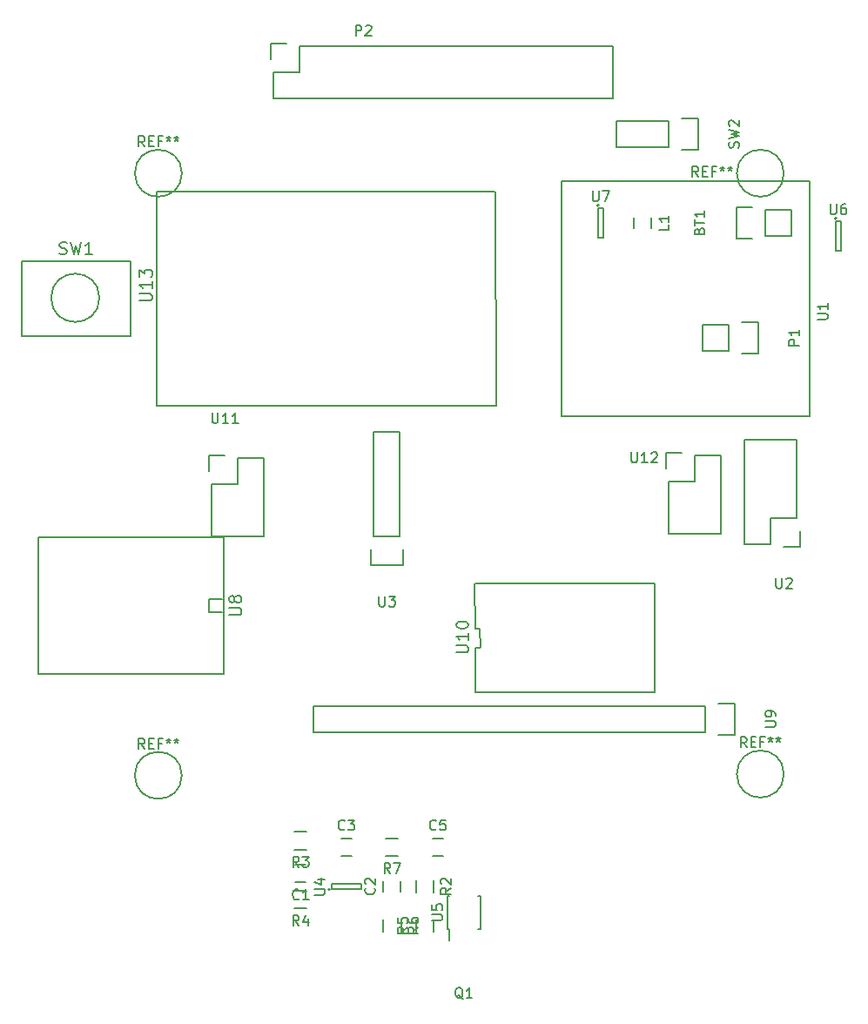
<source format=gto>
G04 #@! TF.FileFunction,Legend,Top*
%FSLAX46Y46*%
G04 Gerber Fmt 4.6, Leading zero omitted, Abs format (unit mm)*
G04 Created by KiCad (PCBNEW 4.0.1-stable) date Tuesday, March 22, 2016 'PMt' 12:33:31 PM*
%MOMM*%
G01*
G04 APERTURE LIST*
%ADD10C,0.100000*%
%ADD11C,0.150000*%
G04 APERTURE END LIST*
D10*
D11*
X140843000Y-66548000D02*
G75*
G03X140843000Y-66548000I-2286000J0D01*
G01*
X199390000Y-124968000D02*
G75*
G03X199390000Y-124968000I-2286000J0D01*
G01*
X140843000Y-125095000D02*
G75*
G03X140843000Y-125095000I-2286000J0D01*
G01*
X201930000Y-90170000D02*
X177800000Y-90170000D01*
X201930000Y-67310000D02*
X177800000Y-67310000D01*
X177800000Y-67310000D02*
X177800000Y-90170000D01*
X201930000Y-67310000D02*
X201930000Y-90170000D01*
X197612000Y-70104000D02*
X200152000Y-70104000D01*
X194792000Y-69824000D02*
X196342000Y-69824000D01*
X197612000Y-70104000D02*
X197612000Y-72644000D01*
X196342000Y-72924000D02*
X194792000Y-72924000D01*
X194792000Y-72924000D02*
X194792000Y-69824000D01*
X197612000Y-72644000D02*
X200152000Y-72644000D01*
X200152000Y-72644000D02*
X200152000Y-70104000D01*
X151900000Y-135470000D02*
X152900000Y-135470000D01*
X152900000Y-133770000D02*
X151900000Y-133770000D01*
X160440000Y-135390000D02*
X160440000Y-136390000D01*
X162140000Y-136390000D02*
X162140000Y-135390000D01*
X157345000Y-131230000D02*
X156345000Y-131230000D01*
X156345000Y-132930000D02*
X157345000Y-132930000D01*
X166235000Y-131230000D02*
X165235000Y-131230000D01*
X165235000Y-132930000D02*
X166235000Y-132930000D01*
X186524000Y-71874000D02*
X186524000Y-70874000D01*
X184824000Y-70874000D02*
X184824000Y-71874000D01*
X163590000Y-136490000D02*
X163590000Y-135290000D01*
X165340000Y-135290000D02*
X165340000Y-136490000D01*
X151800000Y-130570000D02*
X153000000Y-130570000D01*
X153000000Y-132320000D02*
X151800000Y-132320000D01*
X151800000Y-136285000D02*
X153000000Y-136285000D01*
X153000000Y-138035000D02*
X151800000Y-138035000D01*
X165340000Y-139100000D02*
X165340000Y-140300000D01*
X163590000Y-140300000D02*
X163590000Y-139100000D01*
X160415000Y-140300000D02*
X160415000Y-139100000D01*
X162165000Y-139100000D02*
X162165000Y-140300000D01*
X160690000Y-131205000D02*
X161890000Y-131205000D01*
X161890000Y-132955000D02*
X160690000Y-132955000D01*
X200660000Y-100076000D02*
X200660000Y-92456000D01*
X200660000Y-92456000D02*
X195580000Y-92456000D01*
X195580000Y-92456000D02*
X195580000Y-102616000D01*
X195580000Y-102616000D02*
X198120000Y-102616000D01*
X199390000Y-102896000D02*
X200940000Y-102896000D01*
X198120000Y-102616000D02*
X198120000Y-100076000D01*
X198120000Y-100076000D02*
X200660000Y-100076000D01*
X200940000Y-102896000D02*
X200940000Y-101346000D01*
X162332000Y-103124000D02*
X162332000Y-104674000D01*
X162332000Y-104674000D02*
X159232000Y-104674000D01*
X159232000Y-104674000D02*
X159232000Y-103124000D01*
X159512000Y-101854000D02*
X159512000Y-91694000D01*
X159512000Y-91694000D02*
X162052000Y-91694000D01*
X162052000Y-91694000D02*
X162052000Y-101854000D01*
X159512000Y-101854000D02*
X162052000Y-101854000D01*
X155245000Y-136190000D02*
G75*
G03X155245000Y-136190000I-100000J0D01*
G01*
X155395000Y-135640000D02*
X155395000Y-136140000D01*
X158295000Y-135640000D02*
X155395000Y-135640000D01*
X158295000Y-136140000D02*
X158295000Y-135640000D01*
X155395000Y-136140000D02*
X158295000Y-136140000D01*
X166650000Y-140055000D02*
X166875000Y-140055000D01*
X166650000Y-136805000D02*
X166875000Y-136805000D01*
X169900000Y-136805000D02*
X169675000Y-136805000D01*
X169900000Y-140055000D02*
X169675000Y-140055000D01*
X166650000Y-140055000D02*
X166650000Y-136805000D01*
X169900000Y-140055000D02*
X169900000Y-136805000D01*
X166875000Y-140055000D02*
X166875000Y-141130000D01*
X204524000Y-70944000D02*
G75*
G03X204524000Y-70944000I-100000J0D01*
G01*
X204974000Y-71194000D02*
X204474000Y-71194000D01*
X204974000Y-74094000D02*
X204974000Y-71194000D01*
X204474000Y-74094000D02*
X204974000Y-74094000D01*
X204474000Y-71194000D02*
X204474000Y-74094000D01*
X181410000Y-69674000D02*
G75*
G03X181410000Y-69674000I-100000J0D01*
G01*
X181860000Y-69924000D02*
X181360000Y-69924000D01*
X181860000Y-72824000D02*
X181860000Y-69924000D01*
X181360000Y-72824000D02*
X181860000Y-72824000D01*
X181360000Y-69924000D02*
X181360000Y-72824000D01*
X191770000Y-118364000D02*
X153670000Y-118364000D01*
X153670000Y-118364000D02*
X153670000Y-120904000D01*
X153670000Y-120904000D02*
X191770000Y-120904000D01*
X194590000Y-121184000D02*
X193040000Y-121184000D01*
X191770000Y-120904000D02*
X191770000Y-118364000D01*
X193040000Y-118084000D02*
X194590000Y-118084000D01*
X194590000Y-118084000D02*
X194590000Y-121184000D01*
X143764000Y-96774000D02*
X143764000Y-101854000D01*
X143484000Y-93954000D02*
X145034000Y-93954000D01*
X146304000Y-94234000D02*
X146304000Y-96774000D01*
X146304000Y-96774000D02*
X143764000Y-96774000D01*
X143764000Y-101854000D02*
X148844000Y-101854000D01*
X148844000Y-101854000D02*
X148844000Y-96774000D01*
X143484000Y-93954000D02*
X143484000Y-95504000D01*
X148844000Y-94234000D02*
X146304000Y-94234000D01*
X148844000Y-96774000D02*
X148844000Y-94234000D01*
X188214000Y-96520000D02*
X188214000Y-101600000D01*
X187934000Y-93700000D02*
X189484000Y-93700000D01*
X190754000Y-93980000D02*
X190754000Y-96520000D01*
X190754000Y-96520000D02*
X188214000Y-96520000D01*
X188214000Y-101600000D02*
X193294000Y-101600000D01*
X193294000Y-101600000D02*
X193294000Y-96520000D01*
X187934000Y-93700000D02*
X187934000Y-95250000D01*
X193294000Y-93980000D02*
X190754000Y-93980000D01*
X193294000Y-96520000D02*
X193294000Y-93980000D01*
X188214000Y-61468000D02*
X183134000Y-61468000D01*
X183134000Y-61468000D02*
X183134000Y-64008000D01*
X183134000Y-64008000D02*
X188214000Y-64008000D01*
X191034000Y-64288000D02*
X189484000Y-64288000D01*
X188214000Y-64008000D02*
X188214000Y-61468000D01*
X189484000Y-61188000D02*
X191034000Y-61188000D01*
X191034000Y-61188000D02*
X191034000Y-64288000D01*
X171323000Y-68326000D02*
X171450000Y-89154000D01*
X138430000Y-89154000D02*
X139192000Y-89154000D01*
X138430000Y-88773000D02*
X138430000Y-89154000D01*
X138430000Y-68326000D02*
X138684000Y-68326000D01*
X138430000Y-68580000D02*
X138430000Y-68326000D01*
X138430000Y-68326000D02*
X138430000Y-68580000D01*
X138430000Y-68580000D02*
X138430000Y-88900000D01*
X138727000Y-89155399D02*
X171407000Y-89155400D01*
X171280000Y-68324601D02*
X138600000Y-68324600D01*
X194056000Y-83820000D02*
X191516000Y-83820000D01*
X196876000Y-84100000D02*
X195326000Y-84100000D01*
X194056000Y-83820000D02*
X194056000Y-81280000D01*
X195326000Y-81000000D02*
X196876000Y-81000000D01*
X196876000Y-81000000D02*
X196876000Y-84100000D01*
X194056000Y-81280000D02*
X191516000Y-81280000D01*
X191516000Y-81280000D02*
X191516000Y-83820000D01*
X186842400Y-106426000D02*
X186842400Y-117043200D01*
X169341800Y-106426000D02*
X169367200Y-110794800D01*
X169875200Y-112649000D02*
X169849800Y-110820200D01*
X169384800Y-117044599D02*
X186824800Y-117044600D01*
X186824800Y-106424601D02*
X169384800Y-106424600D01*
X169384800Y-110811267D02*
X169834800Y-110811267D01*
X169834800Y-112657933D02*
X169384800Y-112657933D01*
X169384800Y-112657933D02*
X169384800Y-117044599D01*
X144780000Y-109220000D02*
X143510000Y-109220000D01*
X143510000Y-109220000D02*
X143510000Y-107950000D01*
X143510000Y-107950000D02*
X144780000Y-107950000D01*
X144900000Y-115235000D02*
X144900000Y-101935000D01*
X144900000Y-101935000D02*
X126880000Y-101935000D01*
X126880000Y-101935000D02*
X126880000Y-115235000D01*
X126880000Y-115235000D02*
X144900000Y-115235000D01*
X149733000Y-59309000D02*
X182753000Y-59309000D01*
X152273000Y-54229000D02*
X182753000Y-54229000D01*
X182753000Y-59309000D02*
X182753000Y-54229000D01*
X149733000Y-59309000D02*
X149733000Y-56769000D01*
X151003000Y-53949000D02*
X149453000Y-53949000D01*
X149733000Y-56769000D02*
X152273000Y-56769000D01*
X152273000Y-56769000D02*
X152273000Y-54229000D01*
X149453000Y-53949000D02*
X149453000Y-55499000D01*
X132827205Y-78663800D02*
G75*
G03X132827205Y-78663800I-2347405J0D01*
G01*
X125246000Y-75100000D02*
X125246000Y-82379999D01*
X125246000Y-82379999D02*
X135866000Y-82380000D01*
X135866000Y-82380000D02*
X135866000Y-75100001D01*
X135866000Y-75100001D02*
X132326000Y-75100000D01*
X132300600Y-75092800D02*
X128760601Y-75092800D01*
X128786001Y-75100000D02*
X125246000Y-75100000D01*
X199390000Y-66548000D02*
G75*
G03X199390000Y-66548000I-2286000J0D01*
G01*
X137223667Y-63952381D02*
X136890333Y-63476190D01*
X136652238Y-63952381D02*
X136652238Y-62952381D01*
X137033191Y-62952381D01*
X137128429Y-63000000D01*
X137176048Y-63047619D01*
X137223667Y-63142857D01*
X137223667Y-63285714D01*
X137176048Y-63380952D01*
X137128429Y-63428571D01*
X137033191Y-63476190D01*
X136652238Y-63476190D01*
X137652238Y-63428571D02*
X137985572Y-63428571D01*
X138128429Y-63952381D02*
X137652238Y-63952381D01*
X137652238Y-62952381D01*
X138128429Y-62952381D01*
X138890334Y-63428571D02*
X138557000Y-63428571D01*
X138557000Y-63952381D02*
X138557000Y-62952381D01*
X139033191Y-62952381D01*
X139557000Y-62952381D02*
X139557000Y-63190476D01*
X139318905Y-63095238D02*
X139557000Y-63190476D01*
X139795096Y-63095238D01*
X139414143Y-63380952D02*
X139557000Y-63190476D01*
X139699858Y-63380952D01*
X140318905Y-62952381D02*
X140318905Y-63190476D01*
X140080810Y-63095238D02*
X140318905Y-63190476D01*
X140557001Y-63095238D01*
X140176048Y-63380952D02*
X140318905Y-63190476D01*
X140461763Y-63380952D01*
X195770667Y-122372381D02*
X195437333Y-121896190D01*
X195199238Y-122372381D02*
X195199238Y-121372381D01*
X195580191Y-121372381D01*
X195675429Y-121420000D01*
X195723048Y-121467619D01*
X195770667Y-121562857D01*
X195770667Y-121705714D01*
X195723048Y-121800952D01*
X195675429Y-121848571D01*
X195580191Y-121896190D01*
X195199238Y-121896190D01*
X196199238Y-121848571D02*
X196532572Y-121848571D01*
X196675429Y-122372381D02*
X196199238Y-122372381D01*
X196199238Y-121372381D01*
X196675429Y-121372381D01*
X197437334Y-121848571D02*
X197104000Y-121848571D01*
X197104000Y-122372381D02*
X197104000Y-121372381D01*
X197580191Y-121372381D01*
X198104000Y-121372381D02*
X198104000Y-121610476D01*
X197865905Y-121515238D02*
X198104000Y-121610476D01*
X198342096Y-121515238D01*
X197961143Y-121800952D02*
X198104000Y-121610476D01*
X198246858Y-121800952D01*
X198865905Y-121372381D02*
X198865905Y-121610476D01*
X198627810Y-121515238D02*
X198865905Y-121610476D01*
X199104001Y-121515238D01*
X198723048Y-121800952D02*
X198865905Y-121610476D01*
X199008763Y-121800952D01*
X137223667Y-122499381D02*
X136890333Y-122023190D01*
X136652238Y-122499381D02*
X136652238Y-121499381D01*
X137033191Y-121499381D01*
X137128429Y-121547000D01*
X137176048Y-121594619D01*
X137223667Y-121689857D01*
X137223667Y-121832714D01*
X137176048Y-121927952D01*
X137128429Y-121975571D01*
X137033191Y-122023190D01*
X136652238Y-122023190D01*
X137652238Y-121975571D02*
X137985572Y-121975571D01*
X138128429Y-122499381D02*
X137652238Y-122499381D01*
X137652238Y-121499381D01*
X138128429Y-121499381D01*
X138890334Y-121975571D02*
X138557000Y-121975571D01*
X138557000Y-122499381D02*
X138557000Y-121499381D01*
X139033191Y-121499381D01*
X139557000Y-121499381D02*
X139557000Y-121737476D01*
X139318905Y-121642238D02*
X139557000Y-121737476D01*
X139795096Y-121642238D01*
X139414143Y-121927952D02*
X139557000Y-121737476D01*
X139699858Y-121927952D01*
X140318905Y-121499381D02*
X140318905Y-121737476D01*
X140080810Y-121642238D02*
X140318905Y-121737476D01*
X140557001Y-121642238D01*
X140176048Y-121927952D02*
X140318905Y-121737476D01*
X140461763Y-121927952D01*
X202652381Y-80771905D02*
X203461905Y-80771905D01*
X203557143Y-80724286D01*
X203604762Y-80676667D01*
X203652381Y-80581429D01*
X203652381Y-80390952D01*
X203604762Y-80295714D01*
X203557143Y-80248095D01*
X203461905Y-80200476D01*
X202652381Y-80200476D01*
X203652381Y-79200476D02*
X203652381Y-79771905D01*
X203652381Y-79486191D02*
X202652381Y-79486191D01*
X202795238Y-79581429D01*
X202890476Y-79676667D01*
X202938095Y-79771905D01*
X191170571Y-72159714D02*
X191218190Y-72016857D01*
X191265810Y-71969238D01*
X191361048Y-71921619D01*
X191503905Y-71921619D01*
X191599143Y-71969238D01*
X191646762Y-72016857D01*
X191694381Y-72112095D01*
X191694381Y-72493048D01*
X190694381Y-72493048D01*
X190694381Y-72159714D01*
X190742000Y-72064476D01*
X190789619Y-72016857D01*
X190884857Y-71969238D01*
X190980095Y-71969238D01*
X191075333Y-72016857D01*
X191122952Y-72064476D01*
X191170571Y-72159714D01*
X191170571Y-72493048D01*
X190694381Y-71635905D02*
X190694381Y-71064476D01*
X191694381Y-71350191D02*
X190694381Y-71350191D01*
X191694381Y-70207333D02*
X191694381Y-70778762D01*
X191694381Y-70493048D02*
X190694381Y-70493048D01*
X190837238Y-70588286D01*
X190932476Y-70683524D01*
X190980095Y-70778762D01*
X152233334Y-137077143D02*
X152185715Y-137124762D01*
X152042858Y-137172381D01*
X151947620Y-137172381D01*
X151804762Y-137124762D01*
X151709524Y-137029524D01*
X151661905Y-136934286D01*
X151614286Y-136743810D01*
X151614286Y-136600952D01*
X151661905Y-136410476D01*
X151709524Y-136315238D01*
X151804762Y-136220000D01*
X151947620Y-136172381D01*
X152042858Y-136172381D01*
X152185715Y-136220000D01*
X152233334Y-136267619D01*
X153185715Y-137172381D02*
X152614286Y-137172381D01*
X152900000Y-137172381D02*
X152900000Y-136172381D01*
X152804762Y-136315238D01*
X152709524Y-136410476D01*
X152614286Y-136458095D01*
X159547143Y-136056666D02*
X159594762Y-136104285D01*
X159642381Y-136247142D01*
X159642381Y-136342380D01*
X159594762Y-136485238D01*
X159499524Y-136580476D01*
X159404286Y-136628095D01*
X159213810Y-136675714D01*
X159070952Y-136675714D01*
X158880476Y-136628095D01*
X158785238Y-136580476D01*
X158690000Y-136485238D01*
X158642381Y-136342380D01*
X158642381Y-136247142D01*
X158690000Y-136104285D01*
X158737619Y-136056666D01*
X158737619Y-135675714D02*
X158690000Y-135628095D01*
X158642381Y-135532857D01*
X158642381Y-135294761D01*
X158690000Y-135199523D01*
X158737619Y-135151904D01*
X158832857Y-135104285D01*
X158928095Y-135104285D01*
X159070952Y-135151904D01*
X159642381Y-135723333D01*
X159642381Y-135104285D01*
X156678334Y-130337143D02*
X156630715Y-130384762D01*
X156487858Y-130432381D01*
X156392620Y-130432381D01*
X156249762Y-130384762D01*
X156154524Y-130289524D01*
X156106905Y-130194286D01*
X156059286Y-130003810D01*
X156059286Y-129860952D01*
X156106905Y-129670476D01*
X156154524Y-129575238D01*
X156249762Y-129480000D01*
X156392620Y-129432381D01*
X156487858Y-129432381D01*
X156630715Y-129480000D01*
X156678334Y-129527619D01*
X157011667Y-129432381D02*
X157630715Y-129432381D01*
X157297381Y-129813333D01*
X157440239Y-129813333D01*
X157535477Y-129860952D01*
X157583096Y-129908571D01*
X157630715Y-130003810D01*
X157630715Y-130241905D01*
X157583096Y-130337143D01*
X157535477Y-130384762D01*
X157440239Y-130432381D01*
X157154524Y-130432381D01*
X157059286Y-130384762D01*
X157011667Y-130337143D01*
X165568334Y-130337143D02*
X165520715Y-130384762D01*
X165377858Y-130432381D01*
X165282620Y-130432381D01*
X165139762Y-130384762D01*
X165044524Y-130289524D01*
X164996905Y-130194286D01*
X164949286Y-130003810D01*
X164949286Y-129860952D01*
X164996905Y-129670476D01*
X165044524Y-129575238D01*
X165139762Y-129480000D01*
X165282620Y-129432381D01*
X165377858Y-129432381D01*
X165520715Y-129480000D01*
X165568334Y-129527619D01*
X166473096Y-129432381D02*
X165996905Y-129432381D01*
X165949286Y-129908571D01*
X165996905Y-129860952D01*
X166092143Y-129813333D01*
X166330239Y-129813333D01*
X166425477Y-129860952D01*
X166473096Y-129908571D01*
X166520715Y-130003810D01*
X166520715Y-130241905D01*
X166473096Y-130337143D01*
X166425477Y-130384762D01*
X166330239Y-130432381D01*
X166092143Y-130432381D01*
X165996905Y-130384762D01*
X165949286Y-130337143D01*
X188226381Y-71540666D02*
X188226381Y-72016857D01*
X187226381Y-72016857D01*
X188226381Y-70683523D02*
X188226381Y-71254952D01*
X188226381Y-70969238D02*
X187226381Y-70969238D01*
X187369238Y-71064476D01*
X187464476Y-71159714D01*
X187512095Y-71254952D01*
X167017381Y-136056666D02*
X166541190Y-136390000D01*
X167017381Y-136628095D02*
X166017381Y-136628095D01*
X166017381Y-136247142D01*
X166065000Y-136151904D01*
X166112619Y-136104285D01*
X166207857Y-136056666D01*
X166350714Y-136056666D01*
X166445952Y-136104285D01*
X166493571Y-136151904D01*
X166541190Y-136247142D01*
X166541190Y-136628095D01*
X166112619Y-135675714D02*
X166065000Y-135628095D01*
X166017381Y-135532857D01*
X166017381Y-135294761D01*
X166065000Y-135199523D01*
X166112619Y-135151904D01*
X166207857Y-135104285D01*
X166303095Y-135104285D01*
X166445952Y-135151904D01*
X167017381Y-135723333D01*
X167017381Y-135104285D01*
X152233334Y-133997381D02*
X151900000Y-133521190D01*
X151661905Y-133997381D02*
X151661905Y-132997381D01*
X152042858Y-132997381D01*
X152138096Y-133045000D01*
X152185715Y-133092619D01*
X152233334Y-133187857D01*
X152233334Y-133330714D01*
X152185715Y-133425952D01*
X152138096Y-133473571D01*
X152042858Y-133521190D01*
X151661905Y-133521190D01*
X152566667Y-132997381D02*
X153185715Y-132997381D01*
X152852381Y-133378333D01*
X152995239Y-133378333D01*
X153090477Y-133425952D01*
X153138096Y-133473571D01*
X153185715Y-133568810D01*
X153185715Y-133806905D01*
X153138096Y-133902143D01*
X153090477Y-133949762D01*
X152995239Y-133997381D01*
X152709524Y-133997381D01*
X152614286Y-133949762D01*
X152566667Y-133902143D01*
X152233334Y-139712381D02*
X151900000Y-139236190D01*
X151661905Y-139712381D02*
X151661905Y-138712381D01*
X152042858Y-138712381D01*
X152138096Y-138760000D01*
X152185715Y-138807619D01*
X152233334Y-138902857D01*
X152233334Y-139045714D01*
X152185715Y-139140952D01*
X152138096Y-139188571D01*
X152042858Y-139236190D01*
X151661905Y-139236190D01*
X153090477Y-139045714D02*
X153090477Y-139712381D01*
X152852381Y-138664762D02*
X152614286Y-139379048D01*
X153233334Y-139379048D01*
X162817381Y-139866666D02*
X162341190Y-140200000D01*
X162817381Y-140438095D02*
X161817381Y-140438095D01*
X161817381Y-140057142D01*
X161865000Y-139961904D01*
X161912619Y-139914285D01*
X162007857Y-139866666D01*
X162150714Y-139866666D01*
X162245952Y-139914285D01*
X162293571Y-139961904D01*
X162341190Y-140057142D01*
X162341190Y-140438095D01*
X161817381Y-138961904D02*
X161817381Y-139438095D01*
X162293571Y-139485714D01*
X162245952Y-139438095D01*
X162198333Y-139342857D01*
X162198333Y-139104761D01*
X162245952Y-139009523D01*
X162293571Y-138961904D01*
X162388810Y-138914285D01*
X162626905Y-138914285D01*
X162722143Y-138961904D01*
X162769762Y-139009523D01*
X162817381Y-139104761D01*
X162817381Y-139342857D01*
X162769762Y-139438095D01*
X162722143Y-139485714D01*
X163842381Y-139866666D02*
X163366190Y-140200000D01*
X163842381Y-140438095D02*
X162842381Y-140438095D01*
X162842381Y-140057142D01*
X162890000Y-139961904D01*
X162937619Y-139914285D01*
X163032857Y-139866666D01*
X163175714Y-139866666D01*
X163270952Y-139914285D01*
X163318571Y-139961904D01*
X163366190Y-140057142D01*
X163366190Y-140438095D01*
X162842381Y-139009523D02*
X162842381Y-139200000D01*
X162890000Y-139295238D01*
X162937619Y-139342857D01*
X163080476Y-139438095D01*
X163270952Y-139485714D01*
X163651905Y-139485714D01*
X163747143Y-139438095D01*
X163794762Y-139390476D01*
X163842381Y-139295238D01*
X163842381Y-139104761D01*
X163794762Y-139009523D01*
X163747143Y-138961904D01*
X163651905Y-138914285D01*
X163413810Y-138914285D01*
X163318571Y-138961904D01*
X163270952Y-139009523D01*
X163223333Y-139104761D01*
X163223333Y-139295238D01*
X163270952Y-139390476D01*
X163318571Y-139438095D01*
X163413810Y-139485714D01*
X161123334Y-134632381D02*
X160790000Y-134156190D01*
X160551905Y-134632381D02*
X160551905Y-133632381D01*
X160932858Y-133632381D01*
X161028096Y-133680000D01*
X161075715Y-133727619D01*
X161123334Y-133822857D01*
X161123334Y-133965714D01*
X161075715Y-134060952D01*
X161028096Y-134108571D01*
X160932858Y-134156190D01*
X160551905Y-134156190D01*
X161456667Y-133632381D02*
X162123334Y-133632381D01*
X161694762Y-134632381D01*
X198628095Y-105898381D02*
X198628095Y-106707905D01*
X198675714Y-106803143D01*
X198723333Y-106850762D01*
X198818571Y-106898381D01*
X199009048Y-106898381D01*
X199104286Y-106850762D01*
X199151905Y-106803143D01*
X199199524Y-106707905D01*
X199199524Y-105898381D01*
X199628095Y-105993619D02*
X199675714Y-105946000D01*
X199770952Y-105898381D01*
X200009048Y-105898381D01*
X200104286Y-105946000D01*
X200151905Y-105993619D01*
X200199524Y-106088857D01*
X200199524Y-106184095D01*
X200151905Y-106326952D01*
X199580476Y-106898381D01*
X200199524Y-106898381D01*
X160020095Y-107676381D02*
X160020095Y-108485905D01*
X160067714Y-108581143D01*
X160115333Y-108628762D01*
X160210571Y-108676381D01*
X160401048Y-108676381D01*
X160496286Y-108628762D01*
X160543905Y-108581143D01*
X160591524Y-108485905D01*
X160591524Y-107676381D01*
X160972476Y-107676381D02*
X161591524Y-107676381D01*
X161258190Y-108057333D01*
X161401048Y-108057333D01*
X161496286Y-108104952D01*
X161543905Y-108152571D01*
X161591524Y-108247810D01*
X161591524Y-108485905D01*
X161543905Y-108581143D01*
X161496286Y-108628762D01*
X161401048Y-108676381D01*
X161115333Y-108676381D01*
X161020095Y-108628762D01*
X160972476Y-108581143D01*
X153747381Y-136701905D02*
X154556905Y-136701905D01*
X154652143Y-136654286D01*
X154699762Y-136606667D01*
X154747381Y-136511429D01*
X154747381Y-136320952D01*
X154699762Y-136225714D01*
X154652143Y-136178095D01*
X154556905Y-136130476D01*
X153747381Y-136130476D01*
X154080714Y-135225714D02*
X154747381Y-135225714D01*
X153699762Y-135463810D02*
X154414048Y-135701905D01*
X154414048Y-135082857D01*
X165177381Y-139191905D02*
X165986905Y-139191905D01*
X166082143Y-139144286D01*
X166129762Y-139096667D01*
X166177381Y-139001429D01*
X166177381Y-138810952D01*
X166129762Y-138715714D01*
X166082143Y-138668095D01*
X165986905Y-138620476D01*
X165177381Y-138620476D01*
X165177381Y-137668095D02*
X165177381Y-138144286D01*
X165653571Y-138191905D01*
X165605952Y-138144286D01*
X165558333Y-138049048D01*
X165558333Y-137810952D01*
X165605952Y-137715714D01*
X165653571Y-137668095D01*
X165748810Y-137620476D01*
X165986905Y-137620476D01*
X166082143Y-137668095D01*
X166129762Y-137715714D01*
X166177381Y-137810952D01*
X166177381Y-138049048D01*
X166129762Y-138144286D01*
X166082143Y-138191905D01*
X203912095Y-69546381D02*
X203912095Y-70355905D01*
X203959714Y-70451143D01*
X204007333Y-70498762D01*
X204102571Y-70546381D01*
X204293048Y-70546381D01*
X204388286Y-70498762D01*
X204435905Y-70451143D01*
X204483524Y-70355905D01*
X204483524Y-69546381D01*
X205388286Y-69546381D02*
X205197809Y-69546381D01*
X205102571Y-69594000D01*
X205054952Y-69641619D01*
X204959714Y-69784476D01*
X204912095Y-69974952D01*
X204912095Y-70355905D01*
X204959714Y-70451143D01*
X205007333Y-70498762D01*
X205102571Y-70546381D01*
X205293048Y-70546381D01*
X205388286Y-70498762D01*
X205435905Y-70451143D01*
X205483524Y-70355905D01*
X205483524Y-70117810D01*
X205435905Y-70022571D01*
X205388286Y-69974952D01*
X205293048Y-69927333D01*
X205102571Y-69927333D01*
X205007333Y-69974952D01*
X204959714Y-70022571D01*
X204912095Y-70117810D01*
X180798095Y-68276381D02*
X180798095Y-69085905D01*
X180845714Y-69181143D01*
X180893333Y-69228762D01*
X180988571Y-69276381D01*
X181179048Y-69276381D01*
X181274286Y-69228762D01*
X181321905Y-69181143D01*
X181369524Y-69085905D01*
X181369524Y-68276381D01*
X181750476Y-68276381D02*
X182417143Y-68276381D01*
X181988571Y-69276381D01*
X197592381Y-120395905D02*
X198401905Y-120395905D01*
X198497143Y-120348286D01*
X198544762Y-120300667D01*
X198592381Y-120205429D01*
X198592381Y-120014952D01*
X198544762Y-119919714D01*
X198497143Y-119872095D01*
X198401905Y-119824476D01*
X197592381Y-119824476D01*
X198592381Y-119300667D02*
X198592381Y-119110191D01*
X198544762Y-119014952D01*
X198497143Y-118967333D01*
X198354286Y-118872095D01*
X198163810Y-118824476D01*
X197782857Y-118824476D01*
X197687619Y-118872095D01*
X197640000Y-118919714D01*
X197592381Y-119014952D01*
X197592381Y-119205429D01*
X197640000Y-119300667D01*
X197687619Y-119348286D01*
X197782857Y-119395905D01*
X198020952Y-119395905D01*
X198116190Y-119348286D01*
X198163810Y-119300667D01*
X198211429Y-119205429D01*
X198211429Y-119014952D01*
X198163810Y-118919714D01*
X198116190Y-118872095D01*
X198020952Y-118824476D01*
X143795905Y-89856381D02*
X143795905Y-90665905D01*
X143843524Y-90761143D01*
X143891143Y-90808762D01*
X143986381Y-90856381D01*
X144176858Y-90856381D01*
X144272096Y-90808762D01*
X144319715Y-90761143D01*
X144367334Y-90665905D01*
X144367334Y-89856381D01*
X145367334Y-90856381D02*
X144795905Y-90856381D01*
X145081619Y-90856381D02*
X145081619Y-89856381D01*
X144986381Y-89999238D01*
X144891143Y-90094476D01*
X144795905Y-90142095D01*
X146319715Y-90856381D02*
X145748286Y-90856381D01*
X146034000Y-90856381D02*
X146034000Y-89856381D01*
X145938762Y-89999238D01*
X145843524Y-90094476D01*
X145748286Y-90142095D01*
X184562905Y-93686381D02*
X184562905Y-94495905D01*
X184610524Y-94591143D01*
X184658143Y-94638762D01*
X184753381Y-94686381D01*
X184943858Y-94686381D01*
X185039096Y-94638762D01*
X185086715Y-94591143D01*
X185134334Y-94495905D01*
X185134334Y-93686381D01*
X186134334Y-94686381D02*
X185562905Y-94686381D01*
X185848619Y-94686381D02*
X185848619Y-93686381D01*
X185753381Y-93829238D01*
X185658143Y-93924476D01*
X185562905Y-93972095D01*
X186515286Y-93781619D02*
X186562905Y-93734000D01*
X186658143Y-93686381D01*
X186896239Y-93686381D01*
X186991477Y-93734000D01*
X187039096Y-93781619D01*
X187086715Y-93876857D01*
X187086715Y-93972095D01*
X187039096Y-94114952D01*
X186467667Y-94686381D01*
X187086715Y-94686381D01*
X194988762Y-64071333D02*
X195036381Y-63928476D01*
X195036381Y-63690380D01*
X194988762Y-63595142D01*
X194941143Y-63547523D01*
X194845905Y-63499904D01*
X194750667Y-63499904D01*
X194655429Y-63547523D01*
X194607810Y-63595142D01*
X194560190Y-63690380D01*
X194512571Y-63880857D01*
X194464952Y-63976095D01*
X194417333Y-64023714D01*
X194322095Y-64071333D01*
X194226857Y-64071333D01*
X194131619Y-64023714D01*
X194084000Y-63976095D01*
X194036381Y-63880857D01*
X194036381Y-63642761D01*
X194084000Y-63499904D01*
X194036381Y-63166571D02*
X195036381Y-62928476D01*
X194322095Y-62737999D01*
X195036381Y-62547523D01*
X194036381Y-62309428D01*
X194131619Y-61976095D02*
X194084000Y-61928476D01*
X194036381Y-61833238D01*
X194036381Y-61595142D01*
X194084000Y-61499904D01*
X194131619Y-61452285D01*
X194226857Y-61404666D01*
X194322095Y-61404666D01*
X194464952Y-61452285D01*
X195036381Y-62023714D01*
X195036381Y-61404666D01*
X136742857Y-78955714D02*
X137714286Y-78955714D01*
X137828571Y-78898571D01*
X137885714Y-78841428D01*
X137942857Y-78727142D01*
X137942857Y-78498571D01*
X137885714Y-78384285D01*
X137828571Y-78327142D01*
X137714286Y-78269999D01*
X136742857Y-78269999D01*
X137942857Y-77069999D02*
X137942857Y-77755714D01*
X137942857Y-77412856D02*
X136742857Y-77412856D01*
X136914286Y-77527142D01*
X137028571Y-77641428D01*
X137085714Y-77755714D01*
X136742857Y-76669999D02*
X136742857Y-75927142D01*
X137200000Y-76327142D01*
X137200000Y-76155714D01*
X137257143Y-76041428D01*
X137314286Y-75984285D01*
X137428571Y-75927142D01*
X137714286Y-75927142D01*
X137828571Y-75984285D01*
X137885714Y-76041428D01*
X137942857Y-76155714D01*
X137942857Y-76498571D01*
X137885714Y-76612857D01*
X137828571Y-76669999D01*
X200878381Y-83288095D02*
X199878381Y-83288095D01*
X199878381Y-82907142D01*
X199926000Y-82811904D01*
X199973619Y-82764285D01*
X200068857Y-82716666D01*
X200211714Y-82716666D01*
X200306952Y-82764285D01*
X200354571Y-82811904D01*
X200402190Y-82907142D01*
X200402190Y-83288095D01*
X200878381Y-81764285D02*
X200878381Y-82335714D01*
X200878381Y-82050000D02*
X199878381Y-82050000D01*
X200021238Y-82145238D01*
X200116476Y-82240476D01*
X200164095Y-82335714D01*
X167516257Y-113144114D02*
X168487686Y-113144114D01*
X168601971Y-113086971D01*
X168659114Y-113029828D01*
X168716257Y-112915542D01*
X168716257Y-112686971D01*
X168659114Y-112572685D01*
X168601971Y-112515542D01*
X168487686Y-112458399D01*
X167516257Y-112458399D01*
X168716257Y-111258399D02*
X168716257Y-111944114D01*
X168716257Y-111601256D02*
X167516257Y-111601256D01*
X167687686Y-111715542D01*
X167801971Y-111829828D01*
X167859114Y-111944114D01*
X167516257Y-110515542D02*
X167516257Y-110401257D01*
X167573400Y-110286971D01*
X167630543Y-110229828D01*
X167744829Y-110172685D01*
X167973400Y-110115542D01*
X168259114Y-110115542D01*
X168487686Y-110172685D01*
X168601971Y-110229828D01*
X168659114Y-110286971D01*
X168716257Y-110401257D01*
X168716257Y-110515542D01*
X168659114Y-110629828D01*
X168601971Y-110686971D01*
X168487686Y-110744114D01*
X168259114Y-110801257D01*
X167973400Y-110801257D01*
X167744829Y-110744114D01*
X167630543Y-110686971D01*
X167573400Y-110629828D01*
X167516257Y-110515542D01*
X145442857Y-109499286D02*
X146414286Y-109499286D01*
X146528571Y-109442143D01*
X146585714Y-109385000D01*
X146642857Y-109270714D01*
X146642857Y-109042143D01*
X146585714Y-108927857D01*
X146528571Y-108870714D01*
X146414286Y-108813571D01*
X145442857Y-108813571D01*
X145957143Y-108070714D02*
X145900000Y-108185000D01*
X145842857Y-108242143D01*
X145728571Y-108299286D01*
X145671429Y-108299286D01*
X145557143Y-108242143D01*
X145500000Y-108185000D01*
X145442857Y-108070714D01*
X145442857Y-107842143D01*
X145500000Y-107727857D01*
X145557143Y-107670714D01*
X145671429Y-107613571D01*
X145728571Y-107613571D01*
X145842857Y-107670714D01*
X145900000Y-107727857D01*
X145957143Y-107842143D01*
X145957143Y-108070714D01*
X146014286Y-108185000D01*
X146071429Y-108242143D01*
X146185714Y-108299286D01*
X146414286Y-108299286D01*
X146528571Y-108242143D01*
X146585714Y-108185000D01*
X146642857Y-108070714D01*
X146642857Y-107842143D01*
X146585714Y-107727857D01*
X146528571Y-107670714D01*
X146414286Y-107613571D01*
X146185714Y-107613571D01*
X146071429Y-107670714D01*
X146014286Y-107727857D01*
X145957143Y-107842143D01*
X168179762Y-146827619D02*
X168084524Y-146780000D01*
X167989286Y-146684762D01*
X167846429Y-146541905D01*
X167751190Y-146494286D01*
X167655952Y-146494286D01*
X167703571Y-146732381D02*
X167608333Y-146684762D01*
X167513095Y-146589524D01*
X167465476Y-146399048D01*
X167465476Y-146065714D01*
X167513095Y-145875238D01*
X167608333Y-145780000D01*
X167703571Y-145732381D01*
X167894048Y-145732381D01*
X167989286Y-145780000D01*
X168084524Y-145875238D01*
X168132143Y-146065714D01*
X168132143Y-146399048D01*
X168084524Y-146589524D01*
X167989286Y-146684762D01*
X167894048Y-146732381D01*
X167703571Y-146732381D01*
X169084524Y-146732381D02*
X168513095Y-146732381D01*
X168798809Y-146732381D02*
X168798809Y-145732381D01*
X168703571Y-145875238D01*
X168608333Y-145970476D01*
X168513095Y-146018095D01*
X157757905Y-53157381D02*
X157757905Y-52157381D01*
X158138858Y-52157381D01*
X158234096Y-52205000D01*
X158281715Y-52252619D01*
X158329334Y-52347857D01*
X158329334Y-52490714D01*
X158281715Y-52585952D01*
X158234096Y-52633571D01*
X158138858Y-52681190D01*
X157757905Y-52681190D01*
X158710286Y-52252619D02*
X158757905Y-52205000D01*
X158853143Y-52157381D01*
X159091239Y-52157381D01*
X159186477Y-52205000D01*
X159234096Y-52252619D01*
X159281715Y-52347857D01*
X159281715Y-52443095D01*
X159234096Y-52585952D01*
X158662667Y-53157381D01*
X159281715Y-53157381D01*
X128956000Y-74385714D02*
X129127429Y-74442857D01*
X129413143Y-74442857D01*
X129527429Y-74385714D01*
X129584572Y-74328571D01*
X129641715Y-74214286D01*
X129641715Y-74100000D01*
X129584572Y-73985714D01*
X129527429Y-73928571D01*
X129413143Y-73871429D01*
X129184572Y-73814286D01*
X129070286Y-73757143D01*
X129013143Y-73700000D01*
X128956000Y-73585714D01*
X128956000Y-73471429D01*
X129013143Y-73357143D01*
X129070286Y-73300000D01*
X129184572Y-73242857D01*
X129470286Y-73242857D01*
X129641715Y-73300000D01*
X130041715Y-73242857D02*
X130327429Y-74442857D01*
X130556000Y-73585714D01*
X130784572Y-74442857D01*
X131070286Y-73242857D01*
X132156001Y-74442857D02*
X131470286Y-74442857D01*
X131813144Y-74442857D02*
X131813144Y-73242857D01*
X131698858Y-73414286D01*
X131584572Y-73528571D01*
X131470286Y-73585714D01*
X191071667Y-66873381D02*
X190738333Y-66397190D01*
X190500238Y-66873381D02*
X190500238Y-65873381D01*
X190881191Y-65873381D01*
X190976429Y-65921000D01*
X191024048Y-65968619D01*
X191071667Y-66063857D01*
X191071667Y-66206714D01*
X191024048Y-66301952D01*
X190976429Y-66349571D01*
X190881191Y-66397190D01*
X190500238Y-66397190D01*
X191500238Y-66349571D02*
X191833572Y-66349571D01*
X191976429Y-66873381D02*
X191500238Y-66873381D01*
X191500238Y-65873381D01*
X191976429Y-65873381D01*
X192738334Y-66349571D02*
X192405000Y-66349571D01*
X192405000Y-66873381D02*
X192405000Y-65873381D01*
X192881191Y-65873381D01*
X193405000Y-65873381D02*
X193405000Y-66111476D01*
X193166905Y-66016238D02*
X193405000Y-66111476D01*
X193643096Y-66016238D01*
X193262143Y-66301952D02*
X193405000Y-66111476D01*
X193547858Y-66301952D01*
X194166905Y-65873381D02*
X194166905Y-66111476D01*
X193928810Y-66016238D02*
X194166905Y-66111476D01*
X194405001Y-66016238D01*
X194024048Y-66301952D02*
X194166905Y-66111476D01*
X194309763Y-66301952D01*
M02*

</source>
